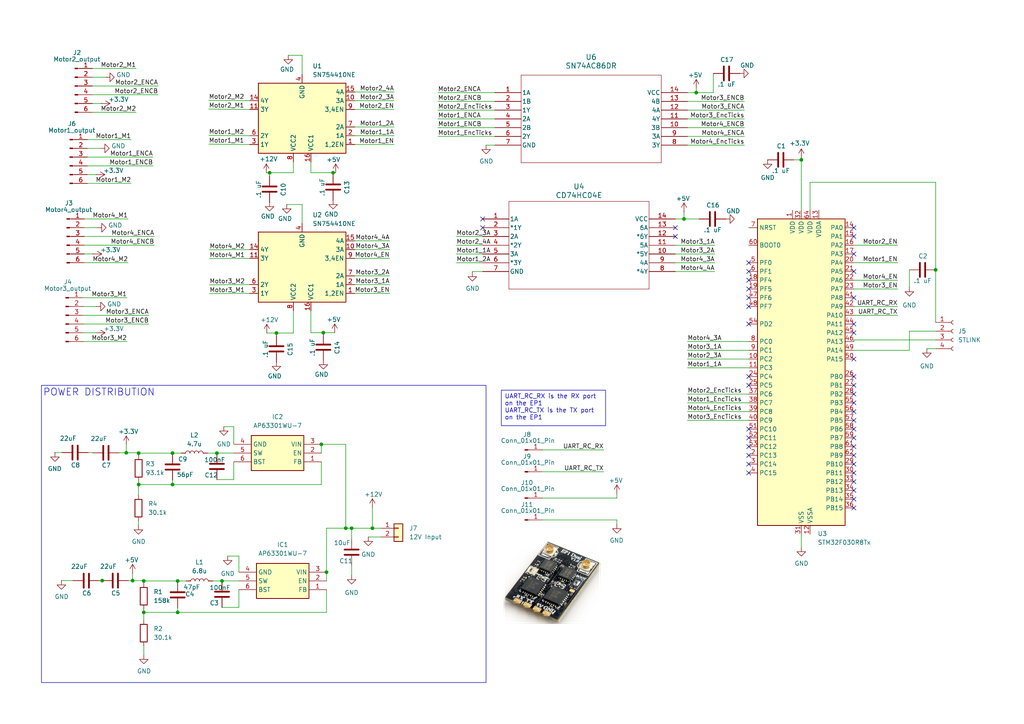
<source format=kicad_sch>
(kicad_sch (version 20231120) (generator "eeschema") (generator_version "8.0")
  (paper "A4")
  (junction (at 96.614 50.1004))
  (junction (at 38.4497 168.4025))
  (junction (at 50.0414 140.532))
  (junction (at 80.1739 96.5903))
  (junction (at 101.9818 153.2124))
  (junction (at 41.6981 177.6118))
  (junction (at 94.6919 165.9498))
  (junction (at 50.0414 131.424))
  (junction (at 51.5309 177.6118))
  (junction (at 41.6981 168.5038))
  (junction (at 100.2871 153.1994))
  (junction (at 78.1844 50.1004))
  (junction (at 40.2086 140.532))
  (junction (at 201.9423 26.867))
  (junction (at 62.9052 131.424))
  (junction (at 108.0081 153.2124))
  (junction (at 36.6238 131.3227))
  (junction (at 271.3766 78.2737))
  (junction (at 64.3947 168.5038))
  (junction (at 29.6409 168.4025))
  (junction (at 40.2086 131.424))
  (junction (at 93.7728 96.5004))
  (junction (at 232.41 46.3605))
  (junction (at 198.3856 63.5124))
  (junction (at 51.5309 168.5038))
  (junction (at 93.2024 128.87))
  (no_connect (at 247.65 104.14))
  (no_connect (at 247.65 144.78))
  (no_connect (at 247.65 116.84))
  (no_connect (at 217.17 81.28))
  (no_connect (at 217.17 78.74))
  (no_connect (at 247.65 78.74))
  (no_connect (at 247.65 114.3))
  (no_connect (at 217.17 137.16))
  (no_connect (at 217.17 134.62))
  (no_connect (at 247.65 111.76))
  (no_connect (at 195.8705 66.0524))
  (no_connect (at 247.65 73.66))
  (no_connect (at 139.9905 63.5124))
  (no_connect (at 247.65 109.22))
  (no_connect (at 195.8705 68.5924))
  (no_connect (at 247.65 66.04))
  (no_connect (at 247.65 142.24))
  (no_connect (at 247.65 134.62))
  (no_connect (at 247.65 147.32))
  (no_connect (at 247.65 93.98))
  (no_connect (at 247.65 119.38))
  (no_connect (at 247.65 139.7))
  (no_connect (at 217.17 124.46))
  (no_connect (at 217.17 111.76))
  (no_connect (at 217.17 109.22))
  (no_connect (at 217.17 76.2))
  (no_connect (at 217.17 93.98))
  (no_connect (at 217.17 83.82))
  (no_connect (at 217.17 129.54))
  (no_connect (at 247.65 124.46))
  (no_connect (at 139.9905 66.0524))
  (no_connect (at 217.17 127))
  (no_connect (at 247.65 127))
  (no_connect (at 247.65 132.08))
  (no_connect (at 247.65 121.92))
  (no_connect (at 247.65 129.54))
  (no_connect (at 217.17 86.36))
  (no_connect (at 217.17 132.08))
  (no_connect (at 247.65 86.36))
  (no_connect (at 247.65 96.52))
  (no_connect (at 247.65 137.16))
  (no_connect (at 247.65 68.58))
  (no_connect (at 217.17 88.9))
  (wire (pts (xy 40.1561 140.5536) (xy 40.2086 140.5536)))
  (wire (pts (xy 61.6633 168.5038) (xy 64.3947 168.5038)))
  (wire (pts (xy 41.6981 176.7332) (xy 41.6981 177.6118)))
  (wire (pts (xy 77.2447 50.1004) (xy 78.1844 50.1004)))
  (wire (pts (xy 127.0123 31.947) (xy 143.5223 31.947)))
  (wire (pts (xy 40.1561 151.1957) (xy 40.1561 152.4093)))
  (wire (pts (xy 127.0123 37.027) (xy 143.5223 37.027)))
  (wire (pts (xy 260.35 81.28) (xy 247.65 81.28)))
  (wire (pts (xy 106.8114 155.7524) (xy 106.8114 155.7504)))
  (wire (pts (xy 93.2024 128.87) (xy 100.2871 128.87)))
  (wire (pts (xy 132.3705 73.6724) (xy 139.9905 73.6724)))
  (wire (pts (xy 62.9052 131.424) (xy 62.9052 131.474)))
  (wire (pts (xy 263.7566 96.0537) (xy 271.3766 96.0537)))
  (wire (pts (xy 202.6638 63.5173) (xy 202.6638 63.5124)))
  (wire (pts (xy 100.2871 153.2124) (xy 101.9818 153.2124)))
  (wire (pts (xy 69.2919 176.1738) (xy 64.3947 176.1738)))
  (wire (pts (xy 132.3705 71.1324) (xy 139.9905 71.1324)))
  (wire (pts (xy 90.17 96.5004) (xy 93.7728 96.5004)))
  (wire (pts (xy 26.8028 27.4815) (xy 45.8528 27.4815)))
  (wire (pts (xy 199.39 116.84) (xy 217.17 116.84)))
  (wire (pts (xy 52.5538 131.424) (xy 50.0414 131.424)))
  (wire (pts (xy 41.6981 177.6118) (xy 41.6981 179.8265)))
  (wire (pts (xy 132.3705 68.5924) (xy 139.9905 68.5924)))
  (wire (pts (xy 139.9905 78.7524) (xy 136.997 78.7524)))
  (wire (pts (xy 67.8024 128.87) (xy 67.8024 123.7454)))
  (wire (pts (xy 67.8024 123.7454) (xy 64.9177 123.7454)))
  (wire (pts (xy 78.1844 50.1004) (xy 85.09 50.1004)))
  (wire (pts (xy 127.0123 29.407) (xy 143.5223 29.407)))
  (wire (pts (xy 41.6981 177.6118) (xy 51.5309 177.6118)))
  (wire (pts (xy 25.3309 45.568) (xy 44.3809 45.568)))
  (wire (pts (xy 263.7566 78.2737) (xy 263.7566 83.3537)))
  (wire (pts (xy 215.9123 37.027) (xy 199.4023 37.027)))
  (wire (pts (xy 198.3856 63.5124) (xy 202.6638 63.5124)))
  (wire (pts (xy 127.0123 39.567) (xy 143.5223 39.567)))
  (wire (pts (xy 93.2024 140.532) (xy 50.0414 140.532)))
  (wire (pts (xy 28.8448 168.4202) (xy 29.6409 168.4202)))
  (wire (pts (xy 60.5625 41.805) (xy 72.39 41.91)))
  (wire (pts (xy 25.3309 53.188) (xy 38.0309 53.188)))
  (wire (pts (xy 40.2086 140.5536) (xy 40.2086 140.532)))
  (wire (pts (xy 199.39 119.38) (xy 217.17 119.38)))
  (wire (pts (xy 94.6919 165.9498) (xy 94.6919 168.4898)))
  (wire (pts (xy 199.39 121.92) (xy 217.17 121.92)))
  (wire (pts (xy 207.3005 71.1324) (xy 195.8705 71.1324)))
  (wire (pts (xy 199.39 104.14) (xy 217.17 104.14)))
  (wire (pts (xy 67.8024 131.41) (xy 62.9052 131.41)))
  (wire (pts (xy 94.6919 177.6118) (xy 51.5309 177.6118)))
  (wire (pts (xy 113.03 80.01) (xy 102.87 80.01)))
  (wire (pts (xy 60.7522 72.4586) (xy 72.39 72.39)))
  (wire (pts (xy 29.3428 30.0215) (xy 26.8028 30.0215)))
  (wire (pts (xy 90.17 90.17) (xy 90.17 96.5004)))
  (wire (pts (xy 215.9123 34.487) (xy 199.4023 34.487)))
  (wire (pts (xy 207.3005 76.2124) (xy 195.8705 76.2124)))
  (wire (pts (xy 60.7522 82.6186) (xy 72.39 82.55)))
  (wire (pts (xy 96.614 50.1004) (xy 97.3739 50.1004)))
  (wire (pts (xy 24.4335 66.0376) (xy 28.2435 66.0376)))
  (wire (pts (xy 215.9123 42.107) (xy 199.4023 42.107)))
  (wire (pts (xy 21.2248 168.3857) (xy 21.2248 168.4202)))
  (wire (pts (xy 260.35 88.9) (xy 247.65 88.9)))
  (wire (pts (xy 157.3219 144.4566) (xy 178.9119 144.4566)))
  (wire (pts (xy 36.6238 128.9786) (xy 36.6238 131.3227)))
  (wire (pts (xy 24.4335 68.5776) (xy 44.7535 68.5776)))
  (wire (pts (xy 199.4023 29.407) (xy 215.9123 29.407)))
  (wire (pts (xy 29.6409 168.3857) (xy 29.6409 168.4025)))
  (wire (pts (xy 93.2024 128.87) (xy 93.2024 131.41)))
  (wire (pts (xy 113.03 82.55) (xy 102.87 82.55)))
  (wire (pts (xy 199.39 101.6) (xy 217.17 101.6)))
  (wire (pts (xy 114.3 29.21) (xy 102.87 29.21)))
  (wire (pts (xy 78.1844 50.1004) (xy 78.1844 51.038)))
  (wire (pts (xy 24.13 88.9) (xy 27.94 88.9)))
  (wire (pts (xy 60.5625 29.105) (xy 72.39 29.21)))
  (wire (pts (xy 90.17 50.1004) (xy 96.614 50.1004)))
  (wire (pts (xy 25.3309 43.028) (xy 29.1409 43.028)))
  (wire (pts (xy 24.4335 71.1176) (xy 44.7535 71.1176)))
  (wire (pts (xy 101.9818 156.3498) (xy 101.9818 153.2124)))
  (wire (pts (xy 40.2086 131.424) (xy 50.0414 131.424)))
  (wire (pts (xy 199.39 114.3) (xy 217.17 114.3)))
  (wire (pts (xy 60.7522 85.1586) (xy 72.39 85.09)))
  (wire (pts (xy 38.4497 166.227) (xy 38.4497 168.4025)))
  (wire (pts (xy 206.8926 26.867) (xy 201.9423 26.867)))
  (wire (pts (xy 50.0414 140.532) (xy 50.0414 139.262)))
  (wire (pts (xy 64.3947 168.4898) (xy 64.3947 168.5038)))
  (wire (pts (xy 27.8709 50.648) (xy 25.3309 50.648)))
  (wire (pts (xy 93.2024 133.95) (xy 93.2024 140.532)))
  (wire (pts (xy 60.7522 74.9986) (xy 72.39 74.93)))
  (wire (pts (xy 234.95 60.96) (xy 234.95 52.8737)))
  (wire (pts (xy 40.2086 139.6534) (xy 40.2086 140.532)))
  (wire (pts (xy 66.04 161.29) (xy 69.2919 161.29)))
  (wire (pts (xy 127.0123 34.487) (xy 143.5223 34.487)))
  (wire (pts (xy 60.5625 31.645) (xy 72.39 31.75)))
  (wire (pts (xy 140.9823 42.107) (xy 143.5223 42.107)))
  (wire (pts (xy 25.3309 48.108) (xy 44.3809 48.108)))
  (wire (pts (xy 178.9119 144.4566) (xy 178.9119 143.1866)))
  (wire (pts (xy 96.614 50.1004) (xy 96.614 50.4442)))
  (wire (pts (xy 69.2919 171.0298) (xy 69.2919 176.1738)))
  (wire (pts (xy 247.65 98.5937) (xy 271.3766 98.5937)))
  (wire (pts (xy 127.0123 26.867) (xy 143.5223 26.867)))
  (wire (pts (xy 37.2609 168.4025) (xy 38.4497 168.4025)))
  (wire (pts (xy 132.3705 76.2124) (xy 139.9905 76.2124)))
  (wire (pts (xy 175.1019 130.4866) (xy 157.3219 130.4866)))
  (wire (pts (xy 114.3 36.83) (xy 102.87 36.83)))
  (wire (pts (xy 26.8028 22.4015) (xy 30.6128 22.4015)))
  (wire (pts (xy 29.6409 168.4202) (xy 29.6409 168.4025)))
  (wire (pts (xy 202.8441 63.5173) (xy 202.6638 63.5173)))
  (wire (pts (xy 93.7728 96.5004) (xy 93.7728 96.8939)))
  (wire (pts (xy 80.1739 97.3679) (xy 80.1739 96.5903)))
  (wire (pts (xy 77.3854 96.5903) (xy 80.1739 96.5903)))
  (wire (pts (xy 37.1335 63.4976) (xy 24.4335 63.4976)))
  (wire (pts (xy 67.8024 133.95) (xy 67.8024 139.094)))
  (wire (pts (xy 26.9735 73.6576) (xy 24.4335 73.6576)))
  (wire (pts (xy 34.5241 131.3227) (xy 36.6238 131.3227)))
  (wire (pts (xy 206.8926 21.297) (xy 206.8926 26.867)))
  (wire (pts (xy 24.4335 76.1976) (xy 37.1335 76.1976)))
  (wire (pts (xy 41.6981 168.4025) (xy 41.6981 168.5038)))
  (wire (pts (xy 195.8705 63.5124) (xy 198.3856 63.5124)))
  (wire (pts (xy 263.7566 101.6) (xy 263.7566 96.0537)))
  (wire (pts (xy 247.65 98.5937) (xy 247.65 99.06)))
  (wire (pts (xy 24.13 99.06) (xy 36.83 99.06)))
  (wire (pts (xy 230.268 46.3605) (xy 232.41 46.3605)))
  (wire (pts (xy 38.4497 168.4025) (xy 41.6981 168.4025)))
  (wire (pts (xy 157.3219 150.8066) (xy 178.9119 150.8066)))
  (wire (pts (xy 41.7132 187.4465) (xy 41.6981 187.4465)))
  (wire (pts (xy 271.3766 52.8737) (xy 271.3766 78.2737)))
  (wire (pts (xy 34.5241 131.3227) (xy 34.5241 131.3348)))
  (wire (pts (xy 93.7728 96.8939) (xy 93.7815 96.8939)))
  (wire (pts (xy 40.2086 132.0334) (xy 40.2086 131.424)))
  (wire (pts (xy 39.5028 19.8615) (xy 26.8028 19.8615)))
  (wire (pts (xy 234.95 52.8737) (xy 271.3766 52.8737)))
  (wire (pts (xy 51.5309 177.6118) (xy 51.5309 176.3418)))
  (wire (pts (xy 113.03 69.85) (xy 102.87 69.85)))
  (wire (pts (xy 24.13 93.98) (xy 43.18 93.98)))
  (wire (pts (xy 26.8028 32.5615) (xy 39.5028 32.5615)))
  (wire (pts (xy 36.83 86.36) (xy 24.13 86.36)))
  (wire (pts (xy 90.17 46.99) (xy 90.17 50.1004)))
  (wire (pts (xy 199.4023 31.947) (xy 215.9123 31.947)))
  (wire (pts (xy 64.3947 168.5038) (xy 64.3947 168.5538)))
  (wire (pts (xy 271.3766 78.2737) (xy 271.3766 93.5137)))
  (wire (pts (xy 100.2871 153.2124) (xy 100.2871 153.1994)))
  (wire (pts (xy 17.9664 131.2784) (xy 17.9664 131.2701)))
  (wire (pts (xy 114.3 26.67) (xy 102.87 26.67)))
  (wire (pts (xy 25.5864 131.2701) (xy 26.9041 131.2701)))
  (wire (pts (xy 80.1739 96.5903) (xy 85.09 96.5903)))
  (wire (pts (xy 27.94 96.52) (xy 24.13 96.52)))
  (wire (pts (xy 114.3 39.37) (xy 102.87 39.37)))
  (wire (pts (xy 201.9423 26.867) (xy 201.9423 25.597)))
  (wire (pts (xy 93.7728 96.5004) (xy 97.085 96.5004)))
  (wire (pts (xy 94.6919 171.0298) (xy 94.6919 177.6118)))
  (wire (pts (xy 69.2919 161.29) (xy 69.2919 165.9498)))
  (wire (pts (xy 178.9119 152.0766) (xy 178.9119 150.8066)))
  (wire (pts (xy 113.03 85.09) (xy 102.87 85.09)))
  (wire (pts (xy 15.9403 131.2784) (xy 17.9664 131.2784)))
  (wire (pts (xy 175.1019 136.8366) (xy 157.3219 136.8366)))
  (wire (pts (xy 60.1738 131.424) (xy 62.9052 131.424)))
  (wire (pts (xy 26.8028 24.9415) (xy 45.8528 24.9415)))
  (wire (pts (xy 215.9123 39.567) (xy 199.4023 39.567)))
  (wire (pts (xy 51.5309 168.5038) (xy 51.5309 168.7218)))
  (wire (pts (xy 38.0309 40.488) (xy 25.3309 40.488)))
  (wire (pts (xy 24.13 91.44) (xy 43.18 91.44)))
  (wire (pts (xy 50.0414 131.424) (xy 50.0414 131.642)))
  (wire (pts (xy 114.3 31.75) (xy 102.87 31.75)))
  (wire (pts (xy 36.6238 131.3227) (xy 40.2086 131.3227)))
  (wire (pts (xy 113.03 72.39) (xy 102.87 72.39)))
  (wire (pts (xy 108.0081 153.2124) (xy 110.4721 153.2124)))
  (wire (pts (xy 54.0433 168.5038) (xy 51.5309 168.5038)))
  (wire (pts (xy 232.41 45.72) (xy 232.41 46.3605)))
  (wire (pts (xy 100.2871 128.87) (xy 100.2871 153.1994)))
  (wire (pts (xy 110.4721 155.7524) (xy 106.8114 155.7524)))
  (wire (pts (xy 113.03 74.93) (xy 102.87 74.93)))
  (wire (pts (xy 40.2086 140.532) (xy 50.0414 140.532)))
  (wire (pts (xy 198.3856 63.5124) (xy 198.3856 61.4109)))
  (wire (pts (xy 83.1728 59.3174) (xy 87.63 59.3174)))
  (wire (pts (xy 26.9041 131.2701) (xy 26.9041 131.3348)))
  (wire (pts (xy 199.39 99.06) (xy 217.17 99.06)))
  (wire (pts (xy 85.09 90.17) (xy 85.09 96.5903)))
  (wire (pts (xy 17.8066 168.3857) (xy 21.2248 168.3857)))
  (wire (pts (xy 62.9052 131.41) (xy 62.9052 131.424)))
  (wire (pts (xy 199.4023 26.867) (xy 201.9423 26.867)))
  (wire (pts (xy 136.997 78.7524) (xy 136.997 78.9845)))
  (wire (pts (xy 271.3766 101.1337) (xy 268.8366 101.1337)))
  (wire (pts (xy 260.35 71.12) (xy 247.65 71.12)))
  (wire (pts (xy 85.09 50.1004) (xy 85.09 46.99)))
  (wire (pts (xy 101.9818 163.9698) (xy 101.9818 166.8519)))
  (wire (pts (xy 41.7132 189.9719) (xy 41.7132 187.4465)))
  (wire (pts (xy 94.6919 153.1994) (xy 100.2871 153.1994)))
  (wire (pts (xy 260.35 76.2) (xy 247.65 76.2)))
  (wire (pts (xy 232.41 158.75) (xy 232.41 154.94)))
  (wire (pts (xy 41.6981 168.5038) (xy 51.5309 168.5038)))
  (wire (pts (xy 247.65 101.6) (xy 263.7566 101.6)))
  (wire (pts (xy 87.63 16.0378) (xy 87.63 21.59)))
  (wire (pts (xy 199.39 106.68) (xy 217.17 106.68)))
  (wire (pts (xy 101.9818 153.2124) (xy 108.0081 153.2124)))
  (wire (pts (xy 41.6981 169.1132) (xy 41.6981 168.5038)))
  (wire (pts (xy 207.3005 73.6724) (xy 195.8705 73.6724)))
  (wire (pts (xy 67.8024 139.094) (xy 62.9052 139.094)))
  (wire (pts (xy 87.63 59.3174) (xy 87.63 64.77)))
  (wire (pts (xy 94.6919 165.9498) (xy 94.6919 153.1994)))
  (wire (pts (xy 207.3005 78.7524) (xy 195.8705 78.7524)))
  (wire (pts (xy 260.35 91.44) (xy 247.65 91.44)))
  (wire (pts (xy 108.0081 147.2069) (xy 108.0081 153.2124)))
  (wire (pts (xy 232.41 46.3605) (xy 232.41 60.96)))
  (wire (pts (xy 60.5625 39.265) (xy 72.39 39.37)))
  (wire (pts (xy 83.6034 16.0378) (xy 87.63 16.0378)))
  (wire (pts (xy 260.35 83.82) (xy 247.65 83.82)))
  (wire (pts (xy 40.1561 140.5536) (xy 40.1561 143.5757)))
  (wire (pts (xy 69.2919 168.4898) (xy 64.3947 168.4898)))
  (wire (pts (xy 114.3 41.91) (xy 102.87 41.91)))
  (wire (pts (xy 40.2086 131.3227) (xy 40.2086 131.424)))
  (rectangle (start 12.0251 111.76) (end 140.97 197.9621))
  (image (at 160.1389 168.9587) (scale 0.547173))
  (text_box "UART_RC_RX is the RX port on the EP1 \nUART_RC_TX is the TX port on the EP1 " (at 145.4105 113.164 0) (size 30.2397 10.3189) (effects (font (size 1.27 1.27)) (justify left top)))
  (text "POWER DISTRIBUTION" (at 28.7165 113.9012 0) (effects (font (size 2.032 2.032))))
  (label "Motor2_ENCB" (at 127.0123 29.407 0))
  (label "UART_RC_TX" (at 260.35 91.44 180))
  (label "Motor3_EN" (at 113.03 85.09 180))
  (label "Motor1_ENCA" (at 44.3809 45.568 180))
  (label "Motor4_ENCA" (at 215.9123 39.567 180))
  (label "Motor2_EncTicks" (at 199.39 114.3 0))
  (label "Motor2_ENCB" (at 45.8528 27.4815 180))
  (label "Motor4_M2" (at 37.1335 76.1976 180))
  (label "Motor2_M1" (at 60.5625 31.645 0))
  (label "Motor1_M2" (at 60.5625 39.265 0))
  (label "Motor2_M2" (at 39.5028 32.5615 180))
  (label "Motor3_EncTicks" (at 215.9123 34.487 180))
  (label "Motor2_EN" (at 260.35 71.12 180))
  (label "Motor2_M2" (at 60.5625 29.105 0))
  (label "Motor2_EN" (at 114.3 31.75 180))
  (label "Motor4_M1" (at 37.1335 63.4976 180))
  (label "Motor4_3A" (at 113.03 72.39 180))
  (label "Motor3_1A" (at 199.39 101.6 0))
  (label "Motor2_4A" (at 114.3 26.67 180))
  (label "Motor3_M2" (at 60.7522 82.6186 0))
  (label "Motor4_EN" (at 113.03 74.93 180))
  (label "Motor3_M2" (at 36.83 99.06 180))
  (label "Motor2_M1" (at 39.5028 19.8615 180))
  (label "Motor1_EncTicks" (at 199.39 116.84 0))
  (label "Motor3_2A" (at 207.3005 73.6724 180))
  (label "Motor2_3A" (at 132.3705 68.5924 0))
  (label "UART_RC_RX" (at 175.1019 130.4866 180))
  (label "Motor3_1A" (at 113.03 82.55 180))
  (label "Motor1_ENCA" (at 127.0123 34.487 0))
  (label "Motor4_3A" (at 207.3005 76.2124 180))
  (label "Motor2_ENCA" (at 127.0123 26.867 0))
  (label "Motor3_1A" (at 207.3005 71.1324 180))
  (label "Motor1_ENCB" (at 44.3809 48.108 180))
  (label "UART_RC_TX" (at 175.1019 136.8366 180))
  (label "Motor4_4A" (at 207.3005 78.7524 180))
  (label "Motor3_ENCB" (at 215.9123 29.407 180))
  (label "Motor2_3A" (at 114.3 29.21 180))
  (label "Motor2_3A" (at 199.39 104.14 0))
  (label "Motor1_2A" (at 114.3 36.83 180))
  (label "Motor1_M1" (at 38.0309 40.488 180))
  (label "Motor4_M2" (at 60.7522 72.4586 0))
  (label "Motor4_ENCA" (at 44.7535 68.5776 180))
  (label "Motor2_4A" (at 132.3705 71.1324 0))
  (label "Motor1_M1" (at 60.5625 41.805 0))
  (label "Motor3_2A" (at 113.03 80.01 180))
  (label "Motor3_M1" (at 36.83 86.36 180))
  (label "Motor3_ENCB" (at 43.18 93.98 180))
  (label "Motor4_EncTicks" (at 215.9123 42.107 180))
  (label "Motor1_1A" (at 132.3705 73.6724 0))
  (label "Motor1_M2" (at 38.0309 53.188 180))
  (label "Motor4_4A" (at 113.03 69.85 180))
  (label "Motor1_ENCB" (at 127.0123 37.027 0))
  (label "Motor3_EN" (at 260.35 83.82 180))
  (label "Motor2_ENCA" (at 45.8528 24.9415 180))
  (label "Motor4_EncTicks" (at 199.39 119.38 0))
  (label "Motor4_ENCB" (at 215.9123 37.027 180))
  (label "Motor3_M1" (at 60.7522 85.1586 0))
  (label "Motor3_ENCA" (at 215.9123 31.947 180))
  (label "Motor1_EncTicks" (at 127.0123 39.567 0))
  (label "Motor1_EN" (at 260.35 76.2 180))
  (label "Motor1_1A" (at 199.39 106.68 0))
  (label "Motor4_3A" (at 199.39 99.06 0))
  (label "UART_RC_RX" (at 260.35 88.9 180))
  (label "Motor4_M1" (at 60.7522 74.9986 0))
  (label "Motor3_EncTicks" (at 199.39 121.92 0))
  (label "Motor1_EN" (at 114.3 41.91 180))
  (label "Motor4_ENCB" (at 44.7535 71.1176 180))
  (label "Motor2_EncTicks" (at 127.0123 31.947 0))
  (label "Motor4_EN" (at 260.35 81.28 180))
  (label "Motor1_2A" (at 132.3705 76.2124 0))
  (label "Motor3_ENCA" (at 43.18 91.44 180))
  (label "Motor1_1A" (at 114.3 39.37 180))
  (symbol (lib_id "Device:C") (at 206.6541 63.5173 90) (unit 1)
    (property "Reference" "C16" (at 206.7819 59.526 90))
    (property "Value" ".1 uF" (at 206.6909 66.68 90))
    (property "Footprint" "Capacitor_SMD:C_0603_1608Metric" (effects (hide yes)))
    (property "Description" "Unpolarized capacitor" (effects (hide yes)))
    (property "manf#" "CC0603KRX7R7BB104" (effects (hide yes)))
    (property "digikey#" "311-1088-2-ND" (effects (hide yes)))
  )
  (symbol (lib_id "power:+3.3V") (at 108.0081 147.2069 0) (unit 1)
    (property "Reference" "#PWR018" (effects (hide yes)))
    (property "Value" "+12V" (at 105.6578 143.3881 0) (effects (justify left)))
    (property "Description" "Power symbol creates a global label with name \"+3.3V\"" (effects (hide yes)))
  )
  (symbol (lib_id "Device:C") (at 226.458 46.3605 90) (unit 1)
    (property "Reference" "C1" (at 226.5858 42.3692 90))
    (property "Value" ".1 uF" (at 226.4948 49.5232 90))
    (property "Footprint" "Capacitor_SMD:C_0603_1608Metric" (effects (hide yes)))
    (property "Description" "Unpolarized capacitor" (effects (hide yes)))
    (property "manf#" "CC0603KRX7R7BB104" (effects (hide yes)))
    (property "digikey#" "311-1088-2-ND" (effects (hide yes)))
  )
  (symbol (lib_id "AP63301WU-7:AP63301WU-7") (at 93.2024 133.95 180) (unit 1)
    (property "Reference" "IC2" (at 80.5024 120.896 0))
    (property "Value" "AP63301WU-7" (at 80.5024 123.436 0))
    (property "Footprint" "SOT95P280X100-6N" (effects (hide yes)))
    (property "Datasheet" "https://www.diodes.com//assets/Datasheets/AP63300-AP63301.pdf" (effects (hide yes)))
    (property "Description" "3.8V TO 32V INPUT, 3A LOW IQ SYNCHRONOUS BUCK WITH ENHANCED EMI REDUCTION." (effects (hide yes)))
    (property "Height" "1" (effects (hide yes)))
    (property "Manufacturer_Name" "Diodes Incorporated" (effects (hide yes)))
    (property "Manufacturer_Part_Number" "AP63301WU-7" (effects (hide yes)))
    (property "digikey#" "31-AP63301WU-7TR-ND" (effects (hide yes)))
    (property "manf#" "AP63301WU-7" (effects (hide yes)))
  )
  (symbol (lib_id "power:+3.3V") (at 27.8709 50.648 270) (unit 1)
    (property "Reference" "#PWR021" (effects (hide yes)))
    (property "Value" "+3.3V" (at 29.9552 49.4599 90) (effects (justify left)))
    (property "Description" "Power symbol creates a global label with name \"+3.3V\"" (effects (hide yes)))
  )
  (symbol (lib_id "power:+3.3V") (at 36.6238 128.9786 0) (unit 1)
    (property "Reference" "#PWR035" (effects (hide yes)))
    (property "Value" "+3.3V" (at 34.2735 125.1598 0) (effects (justify left)))
    (property "Description" "Power symbol creates a global label with name \"+3.3V\"" (effects (hide yes)))
  )
  (symbol (lib_id "Device:C") (at 21.7764 131.2701 90) (unit 1)
    (property "Reference" "C8" (at 23.244 134.9097 90) (effects (justify left)))
    (property "Value" "22uF" (at 22.1873 127.1609 90) (effects (justify left)))
    (property "Footprint" "Capacitor_SMD:C_0603_1608Metric" (effects (hide yes)))
    (property "Description" "Unpolarized capacitor" (effects (hide yes)))
    (property "digikey#" "1276-1274-2-ND" (effects (hide yes)))
    (property "manf#" "CL10A226MP8NUNE" (effects (hide yes)))
  )
  (symbol (lib_id "Device:C") (at 62.9052 135.284 0) (unit 1)
    (property "Reference" "C12" (at 59.3209 137.8194 0) (effects (justify left)))
    (property "Value" "100nF" (at 59.2389 133.3724 0) (effects (justify left)))
    (property "Footprint" "Capacitor_SMD:C_0603_1608Metric" (effects (hide yes)))
    (property "Description" "Unpolarized capacitor" (effects (hide yes)))
    (property "manf#" "  CC0603KRX7R7BB104" (effects (hide yes)))
    (property "digikey#" "311-1088-2-ND" (effects (hide yes)))
  )
  (symbol (lib_id "power:GND") (at 222.648 46.3605 0) (unit 1)
    (property "Reference" "#PWR022" (effects (hide yes)))
    (property "Value" "GND" (at 222.648 51.5353 0))
    (property "Description" "Power symbol creates a global label with name \"GND\" , ground" (effects (hide yes)))
  )
  (symbol (lib_id "power:GND") (at 27.94 88.9 90) (unit 1)
    (property "Reference" "#PWR08" (effects (hide yes)))
    (property "Value" "GND" (at 31.0742 88.2037 90) (effects (justify right)))
    (property "Description" "Power symbol creates a global label with name \"GND\" , ground" (effects (hide yes)))
  )
  (symbol (lib_id "power:GND") (at 29.1409 43.028 90) (unit 1)
    (property "Reference" "#PWR024" (effects (hide yes)))
    (property "Value" "GND" (at 32.2751 42.3317 90) (effects (justify right)))
    (property "Description" "Power symbol creates a global label with name \"GND\" , ground" (effects (hide yes)))
  )
  (symbol (lib_id "MCU_ST_STM32F0:STM32F030R8Tx") (at 232.41 109.22 0) (unit 1)
    (property "Reference" "U3" (at 237.1441 154.7895 0) (effects (justify left)))
    (property "Value" "STM32F030R8Tx" (at 237.1441 157.3295 0) (effects (justify left)))
    (property "Footprint" "Package_QFP:LQFP-64_10x10mm_P0.5mm" (effects (hide yes)))
    (property "Datasheet" "https://www.st.com/resource/en/datasheet/stm32f030r8.pdf" (effects (hide yes)))
    (property "Description" "STMicroelectronics Arm Cortex-M0 MCU, 64KB flash, 8KB RAM, 48 MHz, 2.4-3.6V, 55 GPIO, LQFP64" (effects (hide yes)))
  )
  (symbol (lib_id "power:GND") (at 210.4641 63.5173 90) (unit 1)
    (property "Reference" "#PWR039" (effects (hide yes)))
    (property "Value" "GND" (at 210.6062 61.1896 90) (effects (justify right)))
    (property "Description" "Power symbol creates a global label with name \"GND\" , ground" (effects (hide yes)))
  )
  (symbol (lib_id "power:GND") (at 268.8366 101.1337 0) (unit 1)
    (property "Reference" "#PWR011" (effects (hide yes)))
    (property "Value" "GND" (at 268.8366 106.199 0))
    (property "Description" "Power symbol creates a global label with name \"GND\" , ground" (effects (hide yes)))
  )
  (symbol (lib_id "power:GND") (at 93.7815 104.5139 0) (unit 1)
    (property "Reference" "#PWR037" (effects (hide yes)))
    (property "Value" "GND" (at 95.3221 108.6147 0) (effects (justify right)))
    (property "Description" "Power symbol creates a global label with name \"GND\" , ground" (effects (hide yes)))
  )
  (symbol (lib_id "power:GND") (at 214.5126 21.297 90) (unit 1)
    (property "Reference" "#PWR040" (effects (hide yes)))
    (property "Value" "GND" (at 214.6547 18.9693 90) (effects (justify right)))
    (property "Description" "Power symbol creates a global label with name \"GND\" , ground" (effects (hide yes)))
  )
  (symbol (lib_id "Connector:Conn_01x01_Pin") (at 152.2419 136.8366 0) (unit 1)
    (property "Reference" "J9" (at 152.8769 132.3787 0))
    (property "Value" "Conn_01x01_Pin" (at 153.1015 134.1466 0))
    (property "Footprint" "TestPoint:TestPoint_THTPad_2.0x2.0mm_Drill1.0mm" (effects (hide yes)))
    (property "Description" "Generic connector, single row, 01x01, script generated" (effects (hide yes)))
  )
  (symbol (lib_id "Connector:Conn_01x01_Pin") (at 152.2419 144.4566 0) (unit 1)
    (property "Reference" "J10" (at 152.8769 139.9987 0))
    (property "Value" "Conn_01x01_Pin" (at 153.1015 141.7666 0))
    (property "Footprint" "TestPoint:TestPoint_THTPad_2.0x2.0mm_Drill1.0mm" (effects (hide yes)))
    (property "Description" "Generic connector, single row, 01x01, script generated" (effects (hide yes)))
  )
  (symbol (lib_id "Device:L") (at 57.8533 168.5038 90) (unit 1)
    (property "Reference" "L1" (at 57.8533 163.057 90))
    (property "Value" "6.8u" (at 57.8533 165.597 90))
    (property "Footprint" "Inductor_SMD:L_0603_1608Metric" (effects (hide yes)))
    (property "Description" "Inductor" (effects (hide yes)))
    (property "manf#" "AIML-0603-6R8K-T" (effects (hide yes)))
    (property "digikey#" "535-11606-2-ND " (effects (hide yes)))
  )
  (symbol (lib_id "power:GND") (at 96.614 58.0642 0) (unit 1)
    (property "Reference" "#PWR036" (effects (hide yes)))
    (property "Value" "GND" (at 98.1546 62.165 0) (effects (justify right)))
    (property "Description" "Power symbol creates a global label with name \"GND\" , ground" (effects (hide yes)))
  )
  (symbol (lib_id "Connector_Generic:Conn_01x02") (at 115.5521 153.2124 0) (unit 1)
    (property "Reference" "J7" (at 118.6738 153.2123 0) (effects (justify left)))
    (property "Value" "12V Input" (at 118.6738 155.7523 0) (effects (justify left)))
    (property "Footprint" "Connector_AMASS:AMASS_XT60PW-M_1x02_P7.20mm_Horizontal" (effects (hide yes)))
    (property "Description" "Generic connector, single row, 01x02, script generated (kicad-library-utils/schlib/autogen/connector/)" (effects (hide yes)))
  )
  (symbol (lib_id "Device:R") (at 41.6981 172.9232 0) (unit 1)
    (property "Reference" "R1" (at 44.52 171.6531 0) (effects (justify left)))
    (property "Value" "158k" (at 44.52 174.1931 0) (effects (justify left)))
    (property "Footprint" "Resistor_SMD:R_0603_1608Metric" (effects (hide yes)))
    (property "Description" "Resistor" (effects (hide yes)))
    (property "manf#" "CRCW0603158KFKEA" (effects (hide yes)))
    (property "digikey#" "541-158KHTR-ND" (effects (hide yes)))
  )
  (symbol (lib_id "power:GND") (at 136.997 78.9845 0) (unit 1)
    (property "Reference" "#PWR029" (effects (hide yes)))
    (property "Value" "GND" (at 139.113 83.6574 0) (effects (justify right)))
    (property "Description" "Power symbol creates a global label with name \"GND\" , ground" (effects (hide yes)))
  )
  (symbol (lib_id "Device:C") (at 267.5666 78.2737 90) (unit 1)
    (property "Reference" "C2" (at 267.6944 74.2824 90))
    (property "Value" ".1 uF" (at 267.6034 81.4364 90))
    (property "Footprint" "Capacitor_SMD:C_0603_1608Metric" (effects (hide yes)))
    (property "Description" "Unpolarized capacitor" (effects (hide yes)))
    (property "manf#" "CC0603KRX7R7BB104" (effects (hide yes)))
    (property "digikey#" "311-1088-2-ND" (effects (hide yes)))
  )
  (symbol (lib_id "power:+3.3V") (at 38.4497 166.227 0) (unit 1)
    (property "Reference" "#PWR034" (effects (hide yes)))
    (property "Value" "+5V" (at 36.0994 162.4082 0) (effects (justify left)))
    (property "Description" "Power symbol creates a global label with name \"+3.3V\"" (effects (hide yes)))
  )
  (symbol (lib_id "Device:R") (at 40.1561 147.3857 0) (unit 1)
    (property "Reference" "R4" (at 42.978 146.1156 0) (effects (justify left)))
    (property "Value" "30.1k" (at 42.978 148.6556 0) (effects (justify left)))
    (property "Footprint" "Resistor_SMD:R_0603_1608Metric" (effects (hide yes)))
    (property "Description" "Resistor" (effects (hide yes)))
    (property "manf#" "RC0603FR-0730K1L" (effects (hide yes)))
    (property "digikey#" "311-30.1KHRTR-ND" (effects (hide yes)))
  )
  (symbol (lib_id "power:GND") (at 30.6128 22.4015 90) (unit 1)
    (property "Reference" "#PWR04" (effects (hide yes)))
    (property "Value" "GND" (at 33.747 21.7052 90) (effects (justify right)))
    (property "Description" "Power symbol creates a global label with name \"GND\" , ground" (effects (hide yes)))
  )
  (symbol (lib_id "power:GND") (at 66.04 161.29 0) (unit 1)
    (property "Reference" "#PWR01" (effects (hide yes)))
    (property "Value" "GND" (at 66.04 166.37 0))
    (property "Description" "Power symbol creates a global label with name \"GND\" , ground" (effects (hide yes)))
  )
  (symbol (lib_id "Device:C") (at 101.9818 160.1598 0) (unit 1)
    (property "Reference" "C11" (at 98.3975 162.6952 0) (effects (justify left)))
    (property "Value" "10uF" (at 96.7956 157.4482 0) (effects (justify left)))
    (property "Footprint" "Capacitor_SMD:C_0603_1608Metric" (effects (hide yes)))
    (property "Datasheet" "https://mm.digikey.com/Volume0/opasdata/d220001/medias/docus/609/CL10A106MQ8NNNC_Spec.pdf" (effects (hide yes)))
    (property "Description" "Unpolarized capacitor" (effects (hide yes)))
    (property "digikey#" "1276-1119-2-ND" (effects (hide yes)))
    (property "manf#" "CL10A106MQ8NNNC" (effects (hide yes)))
  )
  (symbol (lib_id "Driver_Motor:SN754410NE") (at 87.63 77.47 180) (unit 1)
    (property "Reference" "U2" (at 90.6465 62.335 0) (effects (justify right)))
    (property "Value" "SN754410NE" (at 90.6465 64.875 0) (effects (justify right)))
    (property "Footprint" "Package_DIP:DIP-16_W7.62mm" (effects (hide yes)))
    (property "Datasheet" "https://www.ti.com/lit/ds/symlink/sn754410.pdf" (effects (hide yes)))
    (property "Description" "Quadruple Half-H Driver, DIP-16" (effects (hide yes)))
  )
  (symbol (lib_id "Connector:Conn_01x01_Pin") (at 152.2419 130.4866 0) (unit 1)
    (property "Reference" "J8" (at 152.8769 126.0287 0))
    (property "Value" "Conn_01x01_Pin" (at 153.1015 127.7966 0))
    (property "Footprint" "TestPoint:TestPoint_THTPad_2.0x2.0mm_Drill1.0mm" (effects (hide yes)))
    (property "Description" "Generic connector, single row, 01x01, script generated" (effects (hide yes)))
  )
  (symbol (lib_id "power:GND") (at 28.2435 66.0376 90) (unit 1)
    (property "Reference" "#PWR07" (effects (hide yes)))
    (property "Value" "GND" (at 31.3777 65.3413 90) (effects (justify right)))
    (property "Description" "Power symbol creates a global label with name \"GND\" , ground" (effects (hide yes)))
  )
  (symbol (lib_id "power:GND") (at 101.9818 166.8519 0) (unit 1)
    (property "Reference" "#PWR020" (effects (hide yes)))
    (property "Value" "GND" (at 101.9818 171.9172 0))
    (property "Description" "Power symbol creates a global label with name \"GND\" , ground" (effects (hide yes)))
  )
  (symbol (lib_id "Device:R") (at 41.6981 183.6365 0) (unit 1)
    (property "Reference" "R2" (at 44.52 182.3664 0) (effects (justify left)))
    (property "Value" "30.1k" (at 44.52 184.9064 0) (effects (justify left)))
    (property "Footprint" "Resistor_SMD:R_0603_1608Metric" (effects (hide yes)))
    (property "Description" "Resistor" (effects (hide yes)))
    (property "manf#" "RC0603FR-0730K1L" (effects (hide yes)))
    (property "digikey#" "311-30.1KHRTR-ND" (effects (hide yes)))
  )
  (symbol (lib_id "power:+3.3V") (at 232.41 45.72 0) (unit 1)
    (property "Reference" "#PWR010" (effects (hide yes)))
    (property "Value" "+3.3V" (at 228.9476 41.567 0) (effects (justify left)))
    (property "Description" "Power symbol creates a global label with name \"+3.3V\"" (effects (hide yes)))
  )
  (symbol (lib_id "AP63301WU-7:AP63301WU-7") (at 94.6919 171.0298 180) (unit 1)
    (property "Reference" "IC1" (at 81.9919 157.9758 0))
    (property "Value" "AP63301WU-7" (at 81.9919 160.5158 0))
    (property "Footprint" "SOT95P280X100-6N" (effects (hide yes)))
    (property "Datasheet" "https://www.diodes.com//assets/Datasheets/AP63300-AP63301.pdf" (effects (hide yes)))
    (property "Description" "3.8V TO 32V INPUT, 3A LOW IQ SYNCHRONOUS BUCK WITH ENHANCED EMI REDUCTION." (effects (hide yes)))
    (property "Height" "1" (effects (hide yes)))
    (property "Manufacturer_Name" "Diodes Incorporated" (effects (hide yes)))
    (property "Manufacturer_Part_Number" "AP63301WU-7" (effects (hide yes)))
    (property "digikey#" "31-AP63301WU-7TR-ND" (effects (hide yes)))
    (property "manf#" "AP63301WU-7" (effects (hide yes)))
  )
  (symbol (lib_id "power:GND") (at 83.1728 59.3174 0) (unit 1)
    (property "Reference" "#PWR012" (effects (hide yes)))
    (property "Value" "GND" (at 84.7134 63.4182 0) (effects (justify right)))
    (property "Description" "Power symbol creates a global label with name \"GND\" , ground" (effects (hide yes)))
  )
  (symbol (lib_id "power:GND") (at 83.6034 16.0378 0) (unit 1)
    (property "Reference" "#PWR013" (effects (hide yes)))
    (property "Value" "GND" (at 85.289 20.1407 0) (effects (justify right)))
    (property "Description" "Power symbol creates a global label with name \"GND\" , ground" (effects (hide yes)))
  )
  (symbol (lib_id "Connector:Conn_01x06_Pin") (at 21.7228 24.9415 0) (unit 1)
    (property "Reference" "J2" (at 22.3578 15.2694 0))
    (property "Value" "Motor2_output" (at 22.2964 17.1765 0))
    (property "Footprint" "Connector_JST:JST_PH_B6B-PH-K_1x06_P2.00mm_Vertical" (effects (hide yes)))
    (property "Description" "Generic connector, single row, 01x06, script generated" (effects (hide yes)))
  )
  (symbol (lib_id "Device:C") (at 64.3947 172.3638 0) (unit 1)
    (property "Reference" "C3" (at 60.8104 174.8992 0) (effects (justify left)))
    (property "Value" "100nF" (at 60.7284 170.4522 0) (effects (justify left)))
    (property "Footprint" "Capacitor_SMD:C_0603_1608Metric" (effects (hide yes)))
    (property "Description" "Unpolarized capacitor" (effects (hide yes)))
    (property "manf#" "  CC0603KRX7R7BB104" (effects (hide yes)))
    (property "digikey#" "311-1088-2-ND" (effects (hide yes)))
  )
  (symbol (lib_id "power:GND") (at 17.8066 168.3857 0) (unit 1)
    (property "Reference" "#PWR031" (effects (hide yes)))
    (property "Value" "GND" (at 19.9226 173.0586 0) (effects (justify right)))
    (property "Description" "Power symbol creates a global label with name \"GND\" , ground" (effects (hide yes)))
  )
  (symbol (lib_id "Connector:Conn_01x04_Socket") (at 276.4566 96.0537 0) (unit 1)
    (property "Reference" "J5" (at 277.8729 96.0536 0) (effects (justify left)))
    (property "Value" "STLINK" (at 277.8729 98.5936 0) (effects (justify left)))
    (property "Footprint" "Connector_PinHeader_1.00mm:PinHeader_1x04_P1.00mm_Vertical" (effects (hide yes)))
    (property "Description" "Generic connector, single row, 01x04, script generated" (effects (hide yes)))
  )
  (symbol (lib_id "Device:C") (at 80.1739 101.1779 0) (unit 1)
    (property "Reference" "C15" (at 84.1652 101.3057 90))
    (property "Value" ".1 uF" (at 77.0112 101.2147 90))
    (property "Footprint" "Capacitor_SMD:C_0603_1608Metric" (effects (hide yes)))
    (property "Description" "Unpolarized capacitor" (effects (hide yes)))
    (property "manf#" "CC0603KRX7R7BB104" (effects (hide yes)))
    (property "digikey#" "311-1088-2-ND" (effects (hide yes)))
  )
  (symbol (lib_id "power:+3.3V") (at 97.3739 50.1004 0) (unit 1)
    (property "Reference" "#PWR017" (effects (hide yes)))
    (property "Value" "+5V" (at 94.6629 46.2943 0) (effects (justify left)))
    (property "Description" "Power symbol creates a global label with name \"+3.3V\"" (effects (hide yes)))
  )
  (symbol (lib_id "power:GND") (at 178.9119 152.0766 0) (mirror y) (unit 1)
    (property "Reference" "#PWR043" (effects (hide yes)))
    (property "Value" "GND" (at 176.7959 156.7495 0) (effects (justify right)))
    (property "Description" "Power symbol creates a global label with name \"GND\" , ground" (effects (hide yes)))
  )
  (symbol (lib_id "Device:C") (at 25.0348 168.4202 90) (unit 1)
    (property "Reference" "C6" (at 26.5024 172.0598 90) (effects (justify left)))
    (property "Value" "22uF" (at 25.4457 164.311 90) (effects (justify left)))
    (property "Footprint" "Capacitor_SMD:C_0603_1608Metric" (effects (hide yes)))
    (property "Description" "Unpolarized capacitor" (effects (hide yes)))
    (property "digikey#" "1276-1274-2-ND" (effects (hide yes)))
    (property "manf#" "CL10A226MP8NUNE" (effects (hide yes)))
  )
  (symbol (lib_id "Device:R") (at 40.2086 135.8434 0) (unit 1)
    (property "Reference" "R3" (at 42.1999 134.5733 0) (effects (justify left)))
    (property "Value" "93.1k" (at 42.1999 137.1133 0) (effects (justify left)))
    (property "Footprint" "Resistor_SMD:R_0603_1608Metric" (effects (hide yes)))
    (property "Description" "Resistor" (effects (hide yes)))
  )
  (symbol (lib_id "power:+3.3V") (at 97.085 96.5004 0) (unit 1)
    (property "Reference" "#PWR015" (effects (hide yes)))
    (property "Value" "+5V" (at 94.7347 92.6816 0) (effects (justify left)))
    (property "Description" "Power symbol creates a global label with name \"+3.3V\"" (effects (hide yes)))
  )
  (symbol (lib_id "Connector:Conn_01x06_Pin") (at 19.05 91.44 0) (unit 1)
    (property "Reference" "J4" (at 19.685 81.7679 0))
    (property "Value" "Motor3_output" (at 19.6236 83.675 0))
    (property "Footprint" "Connector_JST:JST_PH_B6B-PH-K_1x06_P2.00mm_Vertical" (effects (hide yes)))
    (property "Description" "Generic connector, single row, 01x06, script generated" (effects (hide yes)))
  )
  (symbol (lib_id "power:GND") (at 80.1739 104.9879 0) (unit 1)
    (property "Reference" "#PWR038" (effects (hide yes)))
    (property "Value" "GND" (at 81.7145 109.0887 0) (effects (justify right)))
    (property "Description" "Power symbol creates a global label with name \"GND\" , ground" (effects (hide yes)))
  )
  (symbol (lib_id "power:GND") (at 40.1561 152.4093 0) (unit 1)
    (property "Reference" "#PWR033" (effects (hide yes)))
    (property "Value" "GND" (at 42.2721 157.0822 0) (effects (justify right)))
    (property "Description" "Power symbol creates a global label with name \"GND\" , ground" (effects (hide yes)))
  )
  (symbol (lib_id "Driver_Motor:SN754410NE") (at 87.63 34.29 180) (unit 1)
    (property "Reference" "U1" (at 90.6465 19.155 0) (effects (justify right)))
    (property "Value" "SN754410NE" (at 90.6465 21.695 0) (effects (justify right)))
    (property "Footprint" "Package_DIP:DIP-16_W7.62mm" (effects (hide yes)))
    (property "Datasheet" "https://www.ti.com/lit/ds/symlink/sn754410.pdf" (effects (hide yes)))
    (property "Description" "Quadruple Half-H Driver, DIP-16" (effects (hide yes)))
  )
  (symbol (lib_id "SN74AC86DR:SN74AC86DR") (at 143.5223 26.867 0) (unit 1)
    (property "Reference" "U6" (at 171.4623 16.5512 0) (effects (font (size 1.524 1.524))))
    (property "Value" "SN74AC86DR" (at 171.4623 19.0912 0) (effects (font (size 1.524 1.524))))
    (property "Footprint" "SN74AC86DR:D14" (effects (hide yes)))
    (property "Datasheet" "SN74AC86DR" (effects (hide yes)))
    (property "Description" "XOR Gate" (effects (hide yes)))
  )
  (symbol (lib_id "power:GND") (at 64.9177 123.7454 0) (unit 1)
    (property "Reference" "#PWR02" (effects (hide yes)))
    (property "Value" "GND" (at 64.9177 128.8254 0))
    (property "Description" "Power symbol creates a global label with name \"GND\" , ground" (effects (hide yes)))
  )
  (symbol (lib_id "power:+3.3V") (at 26.9735 73.6576 270) (unit 1)
    (property "Reference" "#PWR05" (effects (hide yes)))
    (property "Value" "+3.3V" (at 29.0578 72.4695 90) (effects (justify left)))
    (property "Description" "Power symbol creates a global label with name \"+3.3V\"" (effects (hide yes)))
  )
  (symbol (lib_id "Device:L") (at 56.3638 131.424 90) (unit 1)
    (property "Reference" "L2" (at 56.3638 126.227 90))
    (property "Value" "4.7u" (at 56.3638 128.767 90))
    (property "Footprint" "Inductor_SMD:L_0603_1608Metric" (effects (hide yes)))
    (property "Description" "Inductor" (effects (hide yes)))
    (property "manf#" "AIML-0603-4R7K-T" (effects (hide yes)))
    (property "digikey#" "535-11602-2-ND " (effects (hide yes)))
  )
  (symbol (lib_id "Device:C") (at 51.5309 172.5318 0) (unit 1)
    (property "Reference" "C4" (at 53.7035 172.3356 0) (effects (justify left)))
    (property "Value" "47pF" (at 53.1861 170.2951 0) (effects (justify left)))
    (property "Footprint" "Capacitor_SMD:C_0603_1608Metric" (effects (hide yes)))
    (property "Description" "Unpolarized capacitor" (effects (hide yes)))
    (property "manf#" "CL10C470JB8NNNC" (effects (hide yes)))
    (property "digikey#" "1276-1037-2-ND" (effects (hide yes)))
  )
  (symbol (lib_id "Device:C") (at 33.4509 168.4025 90) (unit 1)
    (property "Reference" "C5" (at 34.9185 172.0421 90) (effects (justify left)))
    (property "Value" "22uF" (at 33.8618 164.2933 90) (effects (justify left)))
    (property "Footprint" "Capacitor_SMD:C_0603_1608Metric" (effects (hide yes)))
    (property "Description" "Unpolarized capacitor" (effects (hide yes)))
    (property "digikey#" "1276-1274-2-ND" (effects (hide yes)))
    (property "manf#" "CL10A226MP8NUNE" (effects (hide yes)))
  )
  (symbol (lib_id "Connector:Conn_01x01_Pin") (at 152.2419 150.8066 0) (unit 1)
    (property "Reference" "J11" (at 152.8769 146.3487 0))
    (property "Value" "Conn_01x01_Pin" (at 153.1015 148.1166 0))
    (property "Footprint" "TestPoint:TestPoint_THTPad_2.0x2.0mm_Drill1.0mm" (effects (hide yes)))
    (property "Description" "Generic connector, single row, 01x01, script generated" (effects (hide yes)))
  )
  (symbol (lib_id "power:+3.3V") (at 77.3854 96.5903 0) (unit 1)
    (property "Reference" "#PWR014" (effects (hide yes)))
    (property "Value" "+12V" (at 75.4828 92.7715 0) (effects (justify left)))
    (property "Description" "Power symbol creates a global label with name \"+3.3V\"" (effects (hide yes)))
  )
  (symbol (lib_id "power:+3.3V") (at 29.3428 30.0215 270) (unit 1)
    (property "Reference" "#PWR03" (effects (hide yes)))
    (property "Value" "+3.3V" (at 31.4271 28.8334 90) (effects (justify left)))
    (property "Description" "Power symbol creates a global label with name \"+3.3V\"" (effects (hide yes)))
  )
  (symbol (lib_id "power:GND") (at 15.9403 131.2784 0) (mirror y) (unit 1)
    (property "Reference" "#PWR032" (effects (hide yes)))
    (property "Value" "GND" (at 13.8243 135.9513 0) (effects (justify right)))
    (property "Description" "Power symbol creates a global label with name \"GND\" , ground" (effects (hide yes)))
  )
  (symbol (lib_id "power:GND") (at 106.8114 155.7504 0) (unit 1)
    (property "Reference" "#PWR019" (effects (hide yes)))
    (property "Value" "GND" (at 106.8114 160.8157 0))
    (property "Description" "Power symbol creates a global label with name \"GND\" , ground" (effects (hide yes)))
  )
  (symbol (lib_id "power:GND") (at 78.1844 58.658 0) (unit 1)
    (property "Reference" "#PWR025" (effects (hide yes)))
    (property "Value" "GND" (at 79.725 62.7588 0) (effects (justify right)))
    (property "Description" "Power symbol creates a global label with name \"GND\" , ground" (effects (hide yes)))
  )
  (symbol (lib_id "power:+3.3V") (at 27.94 96.52 270) (unit 1)
    (property "Reference" "#PWR06" (effects (hide yes)))
    (property "Value" "+3.3V" (at 30.0243 95.3319 90) (effects (justify left)))
    (property "Description" "Power symbol creates a global label with name \"+3.3V\"" (effects (hide yes)))
  )
  (symbol (lib_id "Device:C") (at 96.614 54.2542 0) (unit 1)
    (property "Reference" "C13" (at 100.6053 54.382 90))
    (property "Value" ".1 uF" (at 93.4513 54.291 90))
    (property "Footprint" "Capacitor_SMD:C_0603_1608Metric" (effects (hide yes)))
    (property "Description" "Unpolarized capacitor" (effects (hide yes)))
    (property "manf#" "CC0603KRX7R7BB104" (effects (hide yes)))
    (property "digikey#" "311-1088-2-ND" (effects (hide yes)))
  )
  (symbol (lib_id "power:+3.3V") (at 201.9423 25.597 0) (unit 1)
    (property "Reference" "#PWR026" (effects (hide yes)))
    (property "Value" "+5V" (at 199.592 21.7782 0) (effects (justify left)))
    (property "Description" "Power symbol creates a global label with name \"+3.3V\"" (effects (hide yes)))
  )
  (symbol (lib_id "CD74HC04E:CD74HC04E") (at 139.9905 63.5124 0) (unit 1)
    (property "Reference" "U4" (at 167.9305 54.1075 0) (effects (font (size 1.524 1.524))))
    (property "Value" "CD74HC04E" (at 167.9305 56.6475 0) (effects (font (size 1.524 1.524))))
    (property "Footprint" "CD74HC04E:N14" (effects (hide yes)))
    (property "Datasheet" "CD74HC04E" (effects (hide yes)))
    (property "Description" "Voltage Inverter" (effects (hide yes)))
  )
  (symbol (lib_id "power:+3.3V") (at 77.2447 50.1004 0) (unit 1)
    (property "Reference" "#PWR016" (effects (hide yes)))
    (property "Value" "+12V" (at 75.2588 46.1124 0) (effects (justify left)))
    (property "Description" "Power symbol creates a global label with name \"+3.3V\"" (effects (hide yes)))
  )
  (symbol (lib_id "Device:C") (at 50.0414 135.452 0) (unit 1)
    (property "Reference" "C9" (at 51.6415 133.1734 0) (effects (justify left)))
    (property "Value" "56pF" (at 51.264 137.6558 0) (effects (justify left)))
    (property "Footprint" "Capacitor_SMD:C_0603_1608Metric" (effects (hide yes)))
    (property "Description" "Unpolarized capacitor" (effects (hide yes)))
    (property "manf#" "  CL10C560JB8NNNC" (effects (hide yes)))
    (property "digikey#" "1276-1197-2-ND" (effects (hide yes)))
  )
  (symbol (lib_id "power:GND") (at 263.7566 83.3537 0) (unit 1)
    (property "Reference" "#PWR023" (effects (hide yes)))
    (property "Value" "GND" (at 263.7566 88.5285 0))
    (property "Description" "Power symbol creates a global label with name \"GND\" , ground" (effects (hide yes)))
  )
  (symbol (lib_id "power:GND") (at 41.7132 189.9719 0) (unit 1)
    (property "Reference" "#PWR030" (effects (hide yes)))
    (property "Value" "GND" (at 43.8292 194.6448 0) (effects (justify right)))
    (property "Description" "Power symbol creates a global label with name \"GND\" , ground" (effects (hide yes)))
  )
  (symbol (lib_id "power:+3.3V") (at 178.9119 143.1866 0) (unit 1)
    (property "Reference" "#PWR044" (effects (hide yes)))
    (property "Value" "+5V" (at 176.5616 139.3678 0) (effects (justify left)))
    (property "Description" "Power symbol creates a global label with name \"+3.3V\"" (effects (hide yes)))
  )
  (symbol (lib_id "Connector:Conn_01x06_Pin") (at 19.3535 68.5776 0) (unit 1)
    (property "Reference" "J3" (at 19.9885 58.9055 0))
    (property "Value" "Motor4_output" (at 19.9271 60.8126 0))
    (property "Footprint" "Connector_JST:JST_PH_B6B-PH-K_1x06_P2.00mm_Vertical" (effects (hide yes)))
    (property "Description" "Generic connector, single row, 01x06, script generated" (effects (hide yes)))
  )
  (symbol (lib_id "power:+3.3V") (at 198.3856 61.4109 0) (unit 1)
    (property "Reference" "#PWR028" (effects (hide yes)))
    (property "Value" "+5V" (at 196.0353 57.5921 0) (effects (justify left)))
    (property "Description" "Power symbol creates a global label with name \"+3.3V\"" (effects (hide yes)))
  )
  (symbol (lib_id "Connector:Conn_01x06_Pin") (at 20.2509 45.568 0) (unit 1)
    (property "Reference" "J6" (at 20.8859 35.8959 0))
    (property "Value" "Motor1_output" (at 20.8245 37.803 0))
    (property "Footprint" "Connector_JST:JST_PH_B6B-PH-K_1x06_P2.00mm_Vertical" (effects (hide yes)))
    (property "Description" "Generic connector, single row, 01x06, script generated" (effects (hide yes)))
  )
  (symbol (lib_id "Device:C") (at 93.7815 100.7039 0) (unit 1)
    (property "Reference" "C14" (at 97.7728 100.8317 90))
    (property "Value" ".1 uF" (at 90.6188 100.7407 90))
    (property "Footprint" "Capacitor_SMD:C_0603_1608Metric" (effects (hide yes)))
    (property "Description" "Unpolarized capacitor" (effects (hide yes)))
    (property "manf#" "CC0603KRX7R7BB104" (effects (hide yes)))
    (property "digikey#" "311-1088-2-ND" (effects (hide yes)))
  )
  (symbol (lib_id "power:GND") (at 232.41 158.75 0) (unit 1)
    (property "Reference" "#PWR09" (effects (hide yes)))
    (property "Value" "GND" (at 234.526 163.4229 0) (effects (justify right)))
    (property "Description" "Power symbol creates a global label with name \"GND\" , ground" (effects (hide yes)))
  )
  (symbol (lib_id "Device:C") (at 78.1844 54.848 0) (unit 1)
    (property "Reference" "C10" (at 82.1757 54.9758 90))
    (property "Value" ".1 uF" (at 75.0217 54.8848 90))
    (property "Footprint" "Capacitor_SMD:C_0603_1608Metric" (effects (hide yes)))
    (property "Description" "Unpolarized capacitor" (effects (hide yes)))
    (property "manf#" "CC0603KRX7R7BB104" (effects (hide yes)))
    (property "digikey#" "311-1088-2-ND" (effects (hide yes)))
  )
  (symbol (lib_id "power:GND") (at 140.9823 42.107 0) (unit 1)
    (property "Reference" "#PWR027" (effects (hide yes)))
    (property "Value" "GND" (at 143.0983 46.7799 0) (effects (justify right)))
    (property "Description" "Power symbol creates a global label with name \"GND\" , ground" (effects (hide yes)))
  )
  (symbol (lib_id "Device:C") (at 30.7141 131.3348 90) (unit 1)
    (property "Reference" "C7" (at 32.1817 134.9744 90) (effects (justify left)))
    (property "Value" "22uF" (at 31.125 127.2256 90) (effects (justify left)))
    (property "Footprint" "Capacitor_SMD:C_0603_1608Metric" (effects (hide yes)))
    (property "Description" "Unpolarized capacitor" (effects (hide yes)))
    (property "digikey#" "1276-1274-2-ND" (effects (hide yes)))
    (property "manf#" "CL10A226MP8NUNE" (effects (hide yes)))
  )
  (symbol (lib_id "Device:C") (at 210.7026 21.297 90) (unit 1)
    (property "Reference" "C17" (at 210.8304 17.3057 90))
    (property "Value" ".1 uF" (at 210.7394 24.4597 90))
    (property "Footprint" "Capacitor_SMD:C_0603_1608Metric" (effects (hide yes)))
    (property "Description" "Unpolarized capacitor" (effects (hide yes)))
    (property "manf#" "CC0603KRX7R7BB104" (effects (hide yes)))
    (property "digikey#" "311-1088-2-ND" (effects (hide yes)))
  )
)
</source>
